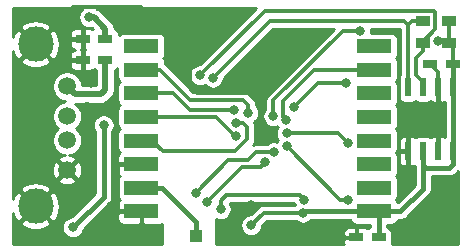
<source format=gbl>
G04 #@! TF.GenerationSoftware,KiCad,Pcbnew,5.1.2-f72e74a~84~ubuntu16.04.1*
G04 #@! TF.CreationDate,2019-05-31T10:16:47+03:00*
G04 #@! TF.ProjectId,serial_gw_ATSAMD21E,73657269-616c-45f6-9777-5f415453414d,rev?*
G04 #@! TF.SameCoordinates,Original*
G04 #@! TF.FileFunction,Copper,L2,Bot*
G04 #@! TF.FilePolarity,Positive*
%FSLAX46Y46*%
G04 Gerber Fmt 4.6, Leading zero omitted, Abs format (unit mm)*
G04 Created by KiCad (PCBNEW 5.1.2-f72e74a~84~ubuntu16.04.1) date 2019-05-31 10:16:47*
%MOMM*%
%LPD*%
G04 APERTURE LIST*
%ADD10C,1.501140*%
%ADD11C,2.999740*%
%ADD12R,1.000000X1.000000*%
%ADD13R,1.200000X0.750000*%
%ADD14R,3.000000X1.200000*%
%ADD15R,0.600000X1.550000*%
%ADD16R,1.200000X0.900000*%
%ADD17C,0.400000*%
%ADD18C,0.800000*%
%ADD19C,0.300000*%
%ADD20C,0.400000*%
%ADD21C,0.500000*%
%ADD22C,0.254000*%
G04 APERTURE END LIST*
D10*
X109802120Y-91712860D03*
X109802120Y-89172860D03*
X109802120Y-87140860D03*
X109802120Y-84600860D03*
D11*
X107135120Y-94760860D03*
X107135120Y-81044860D03*
D12*
X120700000Y-97300000D03*
D13*
X134300000Y-97400000D03*
X136200000Y-97400000D03*
D14*
X116100000Y-81200000D03*
X116100000Y-83200000D03*
X116100000Y-85200000D03*
X116100000Y-87200000D03*
X116100000Y-89200000D03*
X116100000Y-91200000D03*
X116100000Y-93200000D03*
X116100000Y-95200000D03*
X135800000Y-95200000D03*
X135800000Y-93200000D03*
X135800000Y-91200000D03*
X135800000Y-89200000D03*
X135800000Y-87200000D03*
X135800000Y-85200000D03*
X135800000Y-83200000D03*
X135800000Y-81200000D03*
D13*
X140550000Y-82700000D03*
X142450000Y-82700000D03*
D15*
X142505000Y-84700000D03*
X141235000Y-84700000D03*
X139965000Y-84700000D03*
X138695000Y-84700000D03*
X138695000Y-90100000D03*
X139965000Y-90100000D03*
X141235000Y-90100000D03*
X142505000Y-90100000D03*
D13*
X113050000Y-82400000D03*
X111150000Y-82400000D03*
X113050000Y-80600000D03*
X111150000Y-80600000D03*
D16*
X142100000Y-79100000D03*
X139900000Y-79100000D03*
X142100000Y-80900000D03*
X139900000Y-80900000D03*
D17*
X109524999Y-80139285D03*
X130524999Y-80139285D03*
X109524999Y-83139285D03*
X106524999Y-84139285D03*
X107524999Y-84139285D03*
X108524999Y-84139285D03*
X106524999Y-85139285D03*
X107524999Y-85139285D03*
X108524999Y-85139285D03*
X106524999Y-86139285D03*
X107524999Y-86139285D03*
X108524999Y-86139285D03*
X111524999Y-86139285D03*
X106524999Y-87139285D03*
X107524999Y-87139285D03*
X111524999Y-87139285D03*
X106524999Y-88139285D03*
X107524999Y-88139285D03*
X108524999Y-88139285D03*
X106524999Y-89139285D03*
X107524999Y-89139285D03*
X106524999Y-90139285D03*
X107524999Y-90139285D03*
X108524999Y-90139285D03*
X106524999Y-91139285D03*
X107524999Y-91139285D03*
X108524999Y-91139285D03*
X106524999Y-92139285D03*
X107524999Y-92139285D03*
X108524999Y-92139285D03*
X111524999Y-93139285D03*
X109524999Y-94139285D03*
X110524999Y-94139285D03*
X139524999Y-96139285D03*
X140524999Y-96139285D03*
X106524999Y-97139285D03*
X139524999Y-97139285D03*
D18*
X138500000Y-93400000D03*
X111800000Y-84349990D03*
X120200000Y-82600000D03*
X126105237Y-85545388D03*
X125404656Y-94650011D03*
X132715079Y-97490477D03*
X141200002Y-80800000D03*
X112900000Y-87900000D03*
X110300000Y-96549990D03*
X129800000Y-95300000D03*
X125380000Y-96360000D03*
X121683953Y-94386049D03*
X126600010Y-91049988D03*
X122800000Y-95000000D03*
X129900000Y-94200000D03*
X120700000Y-93600000D03*
X127290580Y-90193752D03*
X128427722Y-89692081D03*
X133626454Y-94214355D03*
X133599972Y-89408000D03*
X128399392Y-88592434D03*
X128976655Y-86367281D03*
X133400000Y-84300000D03*
X134600010Y-79899988D03*
X127276644Y-87125452D03*
X125140569Y-86857452D03*
X124096822Y-88775902D03*
X124128650Y-87676351D03*
X123924706Y-86595410D03*
X128332921Y-87432544D03*
X111673647Y-78750010D03*
X121050010Y-83680213D03*
X122134345Y-83865260D03*
D19*
X138695000Y-90100000D02*
X138695000Y-93205000D01*
X138695000Y-93205000D02*
X138500000Y-93400000D01*
X110300000Y-77900000D02*
X116065685Y-77900000D01*
X116065685Y-77900000D02*
X120200000Y-82034315D01*
X120200000Y-82034315D02*
X120200000Y-82600000D01*
X108655009Y-79544991D02*
X110300000Y-77900000D01*
X107135120Y-81044860D02*
X108634989Y-79544991D01*
X108634989Y-79544991D02*
X108655009Y-79544991D01*
X115200000Y-95200000D02*
X114200000Y-95200000D01*
X114200000Y-95200000D02*
X111900000Y-97500000D01*
X111900000Y-97500000D02*
X109874260Y-97500000D01*
X109874260Y-97500000D02*
X107135120Y-94760860D01*
X116100000Y-91200000D02*
X114300000Y-91200000D01*
X114300000Y-91200000D02*
X114149999Y-91350001D01*
X114149999Y-91350001D02*
X114149999Y-95200000D01*
X114149999Y-95200000D02*
X115200000Y-95200000D01*
X115200000Y-95200000D02*
X116100000Y-95200000D01*
X120845389Y-85145389D02*
X120200000Y-84500000D01*
X120200000Y-84500000D02*
X120200000Y-82600000D01*
X125705238Y-85145389D02*
X120845389Y-85145389D01*
X126105237Y-85545388D02*
X125705238Y-85145389D01*
X111150000Y-82400000D02*
X108490260Y-82400000D01*
X108490260Y-82400000D02*
X107135120Y-81044860D01*
X111800000Y-84349990D02*
X111150000Y-83699990D01*
X111150000Y-83699990D02*
X111150000Y-82400000D01*
X141235000Y-84700000D02*
X141235000Y-87700000D01*
X141235000Y-87700000D02*
X141235000Y-90100000D01*
X138695000Y-90100000D02*
X138695000Y-89025000D01*
X138695000Y-89025000D02*
X140020000Y-87700000D01*
X140020000Y-87700000D02*
X141235000Y-87700000D01*
X141235000Y-84700000D02*
X141235000Y-83385000D01*
X141235000Y-83385000D02*
X140550000Y-82700000D01*
X117000000Y-91200000D02*
X116100000Y-91200000D01*
X138695000Y-90100000D02*
X138695000Y-89625000D01*
X132715079Y-97490477D02*
X134209523Y-97490477D01*
X134209523Y-97490477D02*
X134300000Y-97400000D01*
D20*
X139965000Y-93267004D02*
X139965000Y-91300000D01*
X138032004Y-95200000D02*
X139965000Y-93267004D01*
X135800000Y-95200000D02*
X138032004Y-95200000D01*
D19*
X141200002Y-80800000D02*
X142000000Y-80800000D01*
X142000000Y-80800000D02*
X142100000Y-80900000D01*
X142450000Y-82700000D02*
X142450000Y-81250000D01*
X142450000Y-81250000D02*
X142100000Y-80900000D01*
X142100000Y-79100000D02*
X142100000Y-80900000D01*
D20*
X142505000Y-90100000D02*
X142505000Y-91175000D01*
X142505000Y-91175000D02*
X142180000Y-91500000D01*
X142180000Y-91500000D02*
X140165000Y-91500000D01*
X140165000Y-91500000D02*
X139965000Y-91300000D01*
X112900000Y-93949990D02*
X112900000Y-87900000D01*
X110300000Y-96549990D02*
X112900000Y-93949990D01*
X142505000Y-84700000D02*
X142505000Y-82755000D01*
X142505000Y-82755000D02*
X142450000Y-82700000D01*
X139965000Y-91300000D02*
X139965000Y-90100000D01*
X139965000Y-90575000D02*
X139965000Y-90100000D01*
X142505000Y-90100000D02*
X142505000Y-84700000D01*
X135800000Y-95200000D02*
X129900000Y-95200000D01*
X129900000Y-95200000D02*
X129800000Y-95300000D01*
X136200000Y-97400000D02*
X136200000Y-95600000D01*
X136200000Y-95600000D02*
X135800000Y-95200000D01*
D19*
X126440000Y-95300000D02*
X129800000Y-95300000D01*
X125380000Y-96360000D02*
X126440000Y-95300000D01*
X126199953Y-91450045D02*
X124619957Y-91450045D01*
X124619957Y-91450045D02*
X121683953Y-94386049D01*
X126600010Y-91049988D02*
X126199953Y-91450045D01*
X123299999Y-93800001D02*
X122800000Y-94300000D01*
X122800000Y-94300000D02*
X122800000Y-95000000D01*
X129500001Y-93800001D02*
X123299999Y-93800001D01*
X129900000Y-94200000D02*
X129500001Y-93800001D01*
X123449966Y-90850034D02*
X120700000Y-93600000D01*
X125761338Y-90193752D02*
X125105056Y-90850034D01*
X127290580Y-90193752D02*
X125761338Y-90193752D01*
X125105056Y-90850034D02*
X123449966Y-90850034D01*
D20*
X116100000Y-93200000D02*
X117800000Y-93200000D01*
X117800000Y-93200000D02*
X120700000Y-96100000D01*
X120700000Y-96100000D02*
X120700000Y-97300000D01*
D19*
X132949996Y-94214355D02*
X128427722Y-89692081D01*
X133626454Y-94214355D02*
X132949996Y-94214355D01*
X132784406Y-88592434D02*
X133599972Y-89408000D01*
X128399392Y-88592434D02*
X132784406Y-88592434D01*
X131043936Y-84300000D02*
X128976655Y-86367281D01*
X133400000Y-84300000D02*
X131043936Y-84300000D01*
X133184348Y-79899988D02*
X134600010Y-79899988D01*
X127276644Y-87125452D02*
X127276644Y-85807692D01*
X127276644Y-85807692D02*
X133184348Y-79899988D01*
X116100000Y-83200000D02*
X117651457Y-83200000D01*
X117651457Y-83200000D02*
X120196857Y-85745400D01*
X120196857Y-85745400D02*
X124696858Y-85745400D01*
X124696858Y-85745400D02*
X125140569Y-86189111D01*
X125140569Y-86189111D02*
X125140569Y-86857452D01*
X116100000Y-87200000D02*
X122426954Y-87200000D01*
X124002856Y-88775902D02*
X124096822Y-88775902D01*
X122426954Y-87200000D02*
X124002856Y-88775902D01*
X124694335Y-87676351D02*
X124128650Y-87676351D01*
X125050001Y-88032017D02*
X124694335Y-87676351D01*
X117000000Y-89200000D02*
X117900000Y-90100000D01*
X117900000Y-90100000D02*
X124058002Y-90100000D01*
X116100000Y-89200000D02*
X117000000Y-89200000D01*
X124058002Y-90100000D02*
X125050001Y-89108001D01*
X125050001Y-89108001D02*
X125050001Y-88032017D01*
X118802915Y-85200000D02*
X120198325Y-86595410D01*
X120198325Y-86595410D02*
X123924706Y-86595410D01*
X116100000Y-85200000D02*
X118802915Y-85200000D01*
X135800000Y-83200000D02*
X130741998Y-83200000D01*
X128126645Y-87226268D02*
X128332921Y-87432544D01*
X130741998Y-83200000D02*
X128126645Y-85815353D01*
X128126645Y-85815353D02*
X128126645Y-87226268D01*
D21*
X112075010Y-78750010D02*
X111673647Y-78750010D01*
X113050000Y-79725000D02*
X112075010Y-78750010D01*
X113050000Y-80600000D02*
X113050000Y-79725000D01*
D19*
X126530224Y-78199999D02*
X121050010Y-83680213D01*
X140950001Y-78289999D02*
X140860001Y-78199999D01*
X139900000Y-80900000D02*
X139900000Y-80842000D01*
X140860001Y-78199999D02*
X126530224Y-78199999D01*
X140950001Y-79791999D02*
X140950001Y-78289999D01*
X139900000Y-80842000D02*
X140950001Y-79791999D01*
X139900000Y-80900000D02*
X139900000Y-81650000D01*
X139900000Y-81650000D02*
X139365000Y-82185000D01*
X139365000Y-82185000D02*
X139365000Y-83625000D01*
X139365000Y-83625000D02*
X139965000Y-84225000D01*
X139965000Y-84225000D02*
X139965000Y-84700000D01*
X139900000Y-79100000D02*
X139000000Y-79100000D01*
X139000000Y-79100000D02*
X138695000Y-79405000D01*
X138339987Y-79049987D02*
X138695000Y-79405000D01*
X122134345Y-83865260D02*
X126949618Y-79049987D01*
X126949618Y-79049987D02*
X138339987Y-79049987D01*
X138695000Y-84700000D02*
X138695000Y-79405000D01*
D21*
X109802120Y-84600860D02*
X110501260Y-85300000D01*
X112700000Y-85300000D02*
X113050000Y-84950000D01*
X110501260Y-85300000D02*
X112700000Y-85300000D01*
X113050000Y-84950000D02*
X113050000Y-82400000D01*
D22*
G36*
X142898001Y-97998000D02*
G01*
X137278362Y-97998000D01*
X137289239Y-97977650D01*
X137319374Y-97878310D01*
X137329549Y-97775000D01*
X137329549Y-97025000D01*
X137319374Y-96921690D01*
X137289239Y-96822350D01*
X137240304Y-96730798D01*
X137174448Y-96650552D01*
X137094202Y-96584696D01*
X137002650Y-96535761D01*
X136927000Y-96512812D01*
X136927000Y-96329549D01*
X137300000Y-96329549D01*
X137403310Y-96319374D01*
X137502650Y-96289239D01*
X137594202Y-96240304D01*
X137674448Y-96174448D01*
X137740304Y-96094202D01*
X137789239Y-96002650D01*
X137812188Y-95927000D01*
X137996296Y-95927000D01*
X138032004Y-95930517D01*
X138174521Y-95916480D01*
X138311561Y-95874910D01*
X138437857Y-95807403D01*
X138548558Y-95716554D01*
X138571330Y-95688806D01*
X140453816Y-93806321D01*
X140481553Y-93783558D01*
X140572403Y-93672857D01*
X140639910Y-93546561D01*
X140677676Y-93422061D01*
X140681480Y-93409522D01*
X140695517Y-93267005D01*
X140692000Y-93231297D01*
X140692000Y-92227000D01*
X142144292Y-92227000D01*
X142180000Y-92230517D01*
X142322517Y-92216480D01*
X142459557Y-92174910D01*
X142585853Y-92107403D01*
X142696554Y-92016554D01*
X142719326Y-91988806D01*
X142898001Y-91810131D01*
X142898001Y-97998000D01*
X142898001Y-97998000D01*
G37*
X142898001Y-97998000D02*
X137278362Y-97998000D01*
X137289239Y-97977650D01*
X137319374Y-97878310D01*
X137329549Y-97775000D01*
X137329549Y-97025000D01*
X137319374Y-96921690D01*
X137289239Y-96822350D01*
X137240304Y-96730798D01*
X137174448Y-96650552D01*
X137094202Y-96584696D01*
X137002650Y-96535761D01*
X136927000Y-96512812D01*
X136927000Y-96329549D01*
X137300000Y-96329549D01*
X137403310Y-96319374D01*
X137502650Y-96289239D01*
X137594202Y-96240304D01*
X137674448Y-96174448D01*
X137740304Y-96094202D01*
X137789239Y-96002650D01*
X137812188Y-95927000D01*
X137996296Y-95927000D01*
X138032004Y-95930517D01*
X138174521Y-95916480D01*
X138311561Y-95874910D01*
X138437857Y-95807403D01*
X138548558Y-95716554D01*
X138571330Y-95688806D01*
X140453816Y-93806321D01*
X140481553Y-93783558D01*
X140572403Y-93672857D01*
X140639910Y-93546561D01*
X140677676Y-93422061D01*
X140681480Y-93409522D01*
X140695517Y-93267005D01*
X140692000Y-93231297D01*
X140692000Y-92227000D01*
X142144292Y-92227000D01*
X142180000Y-92230517D01*
X142322517Y-92216480D01*
X142459557Y-92174910D01*
X142585853Y-92107403D01*
X142696554Y-92016554D01*
X142719326Y-91988806D01*
X142898001Y-91810131D01*
X142898001Y-97998000D01*
G36*
X129071835Y-94623000D02*
G01*
X126473241Y-94623000D01*
X126439999Y-94619726D01*
X126406757Y-94623000D01*
X126406748Y-94623000D01*
X126307285Y-94632796D01*
X126179670Y-94671508D01*
X126062059Y-94734372D01*
X125958973Y-94818973D01*
X125937774Y-94844804D01*
X125349578Y-95433000D01*
X125288699Y-95433000D01*
X125109604Y-95468624D01*
X124940901Y-95538504D01*
X124789072Y-95639952D01*
X124659952Y-95769072D01*
X124558504Y-95920901D01*
X124488624Y-96089604D01*
X124453000Y-96268699D01*
X124453000Y-96451301D01*
X124488624Y-96630396D01*
X124558504Y-96799099D01*
X124659952Y-96950928D01*
X124789072Y-97080048D01*
X124940901Y-97181496D01*
X125109604Y-97251376D01*
X125288699Y-97287000D01*
X125471301Y-97287000D01*
X125650396Y-97251376D01*
X125819099Y-97181496D01*
X125970928Y-97080048D01*
X126025976Y-97025000D01*
X133170450Y-97025000D01*
X133173000Y-97195250D01*
X133304750Y-97327000D01*
X134227000Y-97327000D01*
X134227000Y-96629750D01*
X134095250Y-96498000D01*
X133700000Y-96495450D01*
X133596690Y-96505625D01*
X133497350Y-96535760D01*
X133405798Y-96584695D01*
X133325552Y-96650552D01*
X133259695Y-96730798D01*
X133210760Y-96822350D01*
X133180625Y-96921690D01*
X133170450Y-97025000D01*
X126025976Y-97025000D01*
X126100048Y-96950928D01*
X126201496Y-96799099D01*
X126271376Y-96630396D01*
X126307000Y-96451301D01*
X126307000Y-96390422D01*
X126720422Y-95977000D01*
X129166024Y-95977000D01*
X129209072Y-96020048D01*
X129360901Y-96121496D01*
X129529604Y-96191376D01*
X129708699Y-96227000D01*
X129891301Y-96227000D01*
X130070396Y-96191376D01*
X130239099Y-96121496D01*
X130390928Y-96020048D01*
X130483976Y-95927000D01*
X133787812Y-95927000D01*
X133810761Y-96002650D01*
X133859696Y-96094202D01*
X133925552Y-96174448D01*
X134005798Y-96240304D01*
X134097350Y-96289239D01*
X134196690Y-96319374D01*
X134300000Y-96329549D01*
X135473001Y-96329549D01*
X135473000Y-96512812D01*
X135397350Y-96535761D01*
X135305798Y-96584696D01*
X135250000Y-96630488D01*
X135194202Y-96584695D01*
X135102650Y-96535760D01*
X135003310Y-96505625D01*
X134900000Y-96495450D01*
X134504750Y-96498000D01*
X134373000Y-96629750D01*
X134373000Y-97327000D01*
X134393000Y-97327000D01*
X134393000Y-97473000D01*
X134373000Y-97473000D01*
X134373000Y-97493000D01*
X134227000Y-97493000D01*
X134227000Y-97473000D01*
X133304750Y-97473000D01*
X133173000Y-97604750D01*
X133170450Y-97775000D01*
X133180625Y-97878310D01*
X133210760Y-97977650D01*
X133221637Y-97998000D01*
X122427000Y-97998000D01*
X122427000Y-95848875D01*
X122529604Y-95891376D01*
X122708699Y-95927000D01*
X122891301Y-95927000D01*
X123070396Y-95891376D01*
X123239099Y-95821496D01*
X123390928Y-95720048D01*
X123520048Y-95590928D01*
X123621496Y-95439099D01*
X123691376Y-95270396D01*
X123727000Y-95091301D01*
X123727000Y-94908699D01*
X123691376Y-94729604D01*
X123621496Y-94560901D01*
X123571438Y-94485984D01*
X123580421Y-94477001D01*
X129011360Y-94477001D01*
X129071835Y-94623000D01*
X129071835Y-94623000D01*
G37*
X129071835Y-94623000D02*
X126473241Y-94623000D01*
X126439999Y-94619726D01*
X126406757Y-94623000D01*
X126406748Y-94623000D01*
X126307285Y-94632796D01*
X126179670Y-94671508D01*
X126062059Y-94734372D01*
X125958973Y-94818973D01*
X125937774Y-94844804D01*
X125349578Y-95433000D01*
X125288699Y-95433000D01*
X125109604Y-95468624D01*
X124940901Y-95538504D01*
X124789072Y-95639952D01*
X124659952Y-95769072D01*
X124558504Y-95920901D01*
X124488624Y-96089604D01*
X124453000Y-96268699D01*
X124453000Y-96451301D01*
X124488624Y-96630396D01*
X124558504Y-96799099D01*
X124659952Y-96950928D01*
X124789072Y-97080048D01*
X124940901Y-97181496D01*
X125109604Y-97251376D01*
X125288699Y-97287000D01*
X125471301Y-97287000D01*
X125650396Y-97251376D01*
X125819099Y-97181496D01*
X125970928Y-97080048D01*
X126025976Y-97025000D01*
X133170450Y-97025000D01*
X133173000Y-97195250D01*
X133304750Y-97327000D01*
X134227000Y-97327000D01*
X134227000Y-96629750D01*
X134095250Y-96498000D01*
X133700000Y-96495450D01*
X133596690Y-96505625D01*
X133497350Y-96535760D01*
X133405798Y-96584695D01*
X133325552Y-96650552D01*
X133259695Y-96730798D01*
X133210760Y-96822350D01*
X133180625Y-96921690D01*
X133170450Y-97025000D01*
X126025976Y-97025000D01*
X126100048Y-96950928D01*
X126201496Y-96799099D01*
X126271376Y-96630396D01*
X126307000Y-96451301D01*
X126307000Y-96390422D01*
X126720422Y-95977000D01*
X129166024Y-95977000D01*
X129209072Y-96020048D01*
X129360901Y-96121496D01*
X129529604Y-96191376D01*
X129708699Y-96227000D01*
X129891301Y-96227000D01*
X130070396Y-96191376D01*
X130239099Y-96121496D01*
X130390928Y-96020048D01*
X130483976Y-95927000D01*
X133787812Y-95927000D01*
X133810761Y-96002650D01*
X133859696Y-96094202D01*
X133925552Y-96174448D01*
X134005798Y-96240304D01*
X134097350Y-96289239D01*
X134196690Y-96319374D01*
X134300000Y-96329549D01*
X135473001Y-96329549D01*
X135473000Y-96512812D01*
X135397350Y-96535761D01*
X135305798Y-96584696D01*
X135250000Y-96630488D01*
X135194202Y-96584695D01*
X135102650Y-96535760D01*
X135003310Y-96505625D01*
X134900000Y-96495450D01*
X134504750Y-96498000D01*
X134373000Y-96629750D01*
X134373000Y-97327000D01*
X134393000Y-97327000D01*
X134393000Y-97473000D01*
X134373000Y-97473000D01*
X134373000Y-97493000D01*
X134227000Y-97493000D01*
X134227000Y-97473000D01*
X133304750Y-97473000D01*
X133173000Y-97604750D01*
X133170450Y-97775000D01*
X133180625Y-97878310D01*
X133210760Y-97977650D01*
X133221637Y-97998000D01*
X122427000Y-97998000D01*
X122427000Y-95848875D01*
X122529604Y-95891376D01*
X122708699Y-95927000D01*
X122891301Y-95927000D01*
X123070396Y-95891376D01*
X123239099Y-95821496D01*
X123390928Y-95720048D01*
X123520048Y-95590928D01*
X123621496Y-95439099D01*
X123691376Y-95270396D01*
X123727000Y-95091301D01*
X123727000Y-94908699D01*
X123691376Y-94729604D01*
X123621496Y-94560901D01*
X123571438Y-94485984D01*
X123580421Y-94477001D01*
X129011360Y-94477001D01*
X129071835Y-94623000D01*
G36*
X111082719Y-78029962D02*
G01*
X110953599Y-78159082D01*
X110852151Y-78310911D01*
X110782271Y-78479614D01*
X110746647Y-78658709D01*
X110746647Y-78841311D01*
X110782271Y-79020406D01*
X110852151Y-79189109D01*
X110953599Y-79340938D01*
X111082719Y-79470058D01*
X111234548Y-79571506D01*
X111403251Y-79641386D01*
X111582346Y-79677010D01*
X111764948Y-79677010D01*
X111880235Y-79654078D01*
X111972557Y-79746400D01*
X111952650Y-79735760D01*
X111853310Y-79705625D01*
X111750000Y-79695450D01*
X111354750Y-79698000D01*
X111223000Y-79829750D01*
X111223000Y-80527000D01*
X111243000Y-80527000D01*
X111243000Y-80673000D01*
X111223000Y-80673000D01*
X111223000Y-81370250D01*
X111352750Y-81500000D01*
X111223000Y-81629750D01*
X111223000Y-82327000D01*
X111243000Y-82327000D01*
X111243000Y-82473000D01*
X111223000Y-82473000D01*
X111223000Y-83170250D01*
X111354750Y-83302000D01*
X111750000Y-83304550D01*
X111853310Y-83294375D01*
X111952650Y-83264240D01*
X112044202Y-83215305D01*
X112100000Y-83169512D01*
X112155798Y-83215304D01*
X112247350Y-83264239D01*
X112273001Y-83272020D01*
X112273000Y-84523000D01*
X111079690Y-84523000D01*
X111079690Y-84475030D01*
X111030594Y-84228206D01*
X110934288Y-83995703D01*
X110794474Y-83786456D01*
X110616524Y-83608506D01*
X110407277Y-83468692D01*
X110174774Y-83372386D01*
X109927950Y-83323290D01*
X109676290Y-83323290D01*
X109429466Y-83372386D01*
X109196963Y-83468692D01*
X108987716Y-83608506D01*
X108809766Y-83786456D01*
X108669952Y-83995703D01*
X108573646Y-84228206D01*
X108524550Y-84475030D01*
X108524550Y-84726690D01*
X108573646Y-84973514D01*
X108669952Y-85206017D01*
X108809766Y-85415264D01*
X108987716Y-85593214D01*
X109196963Y-85733028D01*
X109429466Y-85829334D01*
X109638233Y-85870860D01*
X109429466Y-85912386D01*
X109196963Y-86008692D01*
X108987716Y-86148506D01*
X108809766Y-86326456D01*
X108669952Y-86535703D01*
X108573646Y-86768206D01*
X108524550Y-87015030D01*
X108524550Y-87266690D01*
X108573646Y-87513514D01*
X108669952Y-87746017D01*
X108809766Y-87955264D01*
X108987716Y-88133214D01*
X109023105Y-88156860D01*
X108987716Y-88180506D01*
X108809766Y-88358456D01*
X108669952Y-88567703D01*
X108573646Y-88800206D01*
X108524550Y-89047030D01*
X108524550Y-89298690D01*
X108573646Y-89545514D01*
X108669952Y-89778017D01*
X108809766Y-89987264D01*
X108987716Y-90165214D01*
X109196963Y-90305028D01*
X109429466Y-90401334D01*
X109647368Y-90444677D01*
X109529520Y-90458385D01*
X109290023Y-90535671D01*
X109107828Y-90633055D01*
X109040787Y-90848290D01*
X109802120Y-91609622D01*
X110563453Y-90848290D01*
X110496412Y-90633055D01*
X110272412Y-90518354D01*
X110030338Y-90449556D01*
X109960631Y-90443929D01*
X110174774Y-90401334D01*
X110407277Y-90305028D01*
X110616524Y-90165214D01*
X110794474Y-89987264D01*
X110934288Y-89778017D01*
X111030594Y-89545514D01*
X111079690Y-89298690D01*
X111079690Y-89047030D01*
X111030594Y-88800206D01*
X110934288Y-88567703D01*
X110794474Y-88358456D01*
X110616524Y-88180506D01*
X110581135Y-88156860D01*
X110616524Y-88133214D01*
X110794474Y-87955264D01*
X110934288Y-87746017D01*
X111030594Y-87513514D01*
X111079690Y-87266690D01*
X111079690Y-87015030D01*
X111030594Y-86768206D01*
X110934288Y-86535703D01*
X110794474Y-86326456D01*
X110616524Y-86148506D01*
X110513350Y-86079567D01*
X110539415Y-86077000D01*
X112661837Y-86077000D01*
X112700000Y-86080759D01*
X112738163Y-86077000D01*
X112738166Y-86077000D01*
X112852319Y-86065757D01*
X112998784Y-86021327D01*
X113133766Y-85949177D01*
X113252080Y-85852080D01*
X113276413Y-85822430D01*
X113572432Y-85526411D01*
X113602080Y-85502080D01*
X113699177Y-85383766D01*
X113771327Y-85248784D01*
X113815757Y-85102319D01*
X113827000Y-84988166D01*
X113827000Y-84988164D01*
X113830759Y-84950000D01*
X113827000Y-84911837D01*
X113827000Y-83272020D01*
X113852650Y-83264239D01*
X113944202Y-83215304D01*
X114024448Y-83149448D01*
X114070451Y-83093393D01*
X114070451Y-83800000D01*
X114080626Y-83903310D01*
X114110761Y-84002650D01*
X114159696Y-84094202D01*
X114225552Y-84174448D01*
X114256687Y-84200000D01*
X114225552Y-84225552D01*
X114159696Y-84305798D01*
X114110761Y-84397350D01*
X114080626Y-84496690D01*
X114070451Y-84600000D01*
X114070451Y-85800000D01*
X114080626Y-85903310D01*
X114110761Y-86002650D01*
X114159696Y-86094202D01*
X114225552Y-86174448D01*
X114256687Y-86200000D01*
X114225552Y-86225552D01*
X114159696Y-86305798D01*
X114110761Y-86397350D01*
X114080626Y-86496690D01*
X114070451Y-86600000D01*
X114070451Y-87800000D01*
X114080626Y-87903310D01*
X114110761Y-88002650D01*
X114159696Y-88094202D01*
X114225552Y-88174448D01*
X114256687Y-88200000D01*
X114225552Y-88225552D01*
X114159696Y-88305798D01*
X114110761Y-88397350D01*
X114080626Y-88496690D01*
X114070451Y-88600000D01*
X114070451Y-89800000D01*
X114080626Y-89903310D01*
X114110761Y-90002650D01*
X114159696Y-90094202D01*
X114225552Y-90174448D01*
X114256687Y-90200000D01*
X114225552Y-90225552D01*
X114159695Y-90305798D01*
X114110760Y-90397350D01*
X114080625Y-90496690D01*
X114070450Y-90600000D01*
X114073000Y-90995250D01*
X114204750Y-91127000D01*
X116027000Y-91127000D01*
X116027000Y-91107000D01*
X116173000Y-91107000D01*
X116173000Y-91127000D01*
X116193000Y-91127000D01*
X116193000Y-91273000D01*
X116173000Y-91273000D01*
X116173000Y-91293000D01*
X116027000Y-91293000D01*
X116027000Y-91273000D01*
X114204750Y-91273000D01*
X114073000Y-91404750D01*
X114070450Y-91800000D01*
X114080625Y-91903310D01*
X114110760Y-92002650D01*
X114159695Y-92094202D01*
X114225552Y-92174448D01*
X114256687Y-92200000D01*
X114225552Y-92225552D01*
X114159696Y-92305798D01*
X114110761Y-92397350D01*
X114080626Y-92496690D01*
X114070451Y-92600000D01*
X114070451Y-93800000D01*
X114080626Y-93903310D01*
X114110761Y-94002650D01*
X114159696Y-94094202D01*
X114225552Y-94174448D01*
X114256687Y-94200000D01*
X114225552Y-94225552D01*
X114159695Y-94305798D01*
X114110760Y-94397350D01*
X114080625Y-94496690D01*
X114070450Y-94600000D01*
X114073000Y-94995250D01*
X114204750Y-95127000D01*
X116027000Y-95127000D01*
X116027000Y-95107000D01*
X116173000Y-95107000D01*
X116173000Y-95127000D01*
X116193000Y-95127000D01*
X116193000Y-95273000D01*
X116173000Y-95273000D01*
X116173000Y-96195250D01*
X116304750Y-96327000D01*
X117600000Y-96329550D01*
X117703310Y-96319375D01*
X117802650Y-96289240D01*
X117873000Y-96251638D01*
X117873000Y-97998000D01*
X105202000Y-97998000D01*
X105202000Y-96158476D01*
X105840741Y-96158476D01*
X105997819Y-96450416D01*
X106349287Y-96639829D01*
X106730955Y-96757033D01*
X107128155Y-96797526D01*
X107525623Y-96759750D01*
X107908083Y-96645159D01*
X108259832Y-96458689D01*
X109373000Y-96458689D01*
X109373000Y-96641291D01*
X109408624Y-96820386D01*
X109478504Y-96989089D01*
X109579952Y-97140918D01*
X109709072Y-97270038D01*
X109860901Y-97371486D01*
X110029604Y-97441366D01*
X110208699Y-97476990D01*
X110391301Y-97476990D01*
X110570396Y-97441366D01*
X110739099Y-97371486D01*
X110890928Y-97270038D01*
X111020048Y-97140918D01*
X111121496Y-96989089D01*
X111191376Y-96820386D01*
X111224559Y-96653563D01*
X112078122Y-95800000D01*
X114070450Y-95800000D01*
X114080625Y-95903310D01*
X114110760Y-96002650D01*
X114159695Y-96094202D01*
X114225552Y-96174448D01*
X114305798Y-96240305D01*
X114397350Y-96289240D01*
X114496690Y-96319375D01*
X114600000Y-96329550D01*
X115895250Y-96327000D01*
X116027000Y-96195250D01*
X116027000Y-95273000D01*
X114204750Y-95273000D01*
X114073000Y-95404750D01*
X114070450Y-95800000D01*
X112078122Y-95800000D01*
X113388816Y-94489307D01*
X113416553Y-94466544D01*
X113507403Y-94355843D01*
X113574910Y-94229547D01*
X113611591Y-94108624D01*
X113616480Y-94092508D01*
X113630517Y-93949991D01*
X113627000Y-93914283D01*
X113627000Y-88480524D01*
X113721496Y-88339099D01*
X113791376Y-88170396D01*
X113827000Y-87991301D01*
X113827000Y-87808699D01*
X113791376Y-87629604D01*
X113721496Y-87460901D01*
X113620048Y-87309072D01*
X113490928Y-87179952D01*
X113339099Y-87078504D01*
X113170396Y-87008624D01*
X112991301Y-86973000D01*
X112808699Y-86973000D01*
X112629604Y-87008624D01*
X112460901Y-87078504D01*
X112309072Y-87179952D01*
X112179952Y-87309072D01*
X112078504Y-87460901D01*
X112008624Y-87629604D01*
X111973000Y-87808699D01*
X111973000Y-87991301D01*
X112008624Y-88170396D01*
X112078504Y-88339099D01*
X112173001Y-88480525D01*
X112173000Y-93648857D01*
X110196427Y-95625431D01*
X110029604Y-95658614D01*
X109860901Y-95728494D01*
X109709072Y-95829942D01*
X109579952Y-95959062D01*
X109478504Y-96110891D01*
X109408624Y-96279594D01*
X109373000Y-96458689D01*
X108259832Y-96458689D01*
X108260840Y-96458155D01*
X108272421Y-96450416D01*
X108429499Y-96158476D01*
X107135120Y-94864098D01*
X105840741Y-96158476D01*
X105202000Y-96158476D01*
X105202000Y-95370878D01*
X105250821Y-95533823D01*
X105437825Y-95886580D01*
X105445564Y-95898161D01*
X105737504Y-96055239D01*
X107031882Y-94760860D01*
X107238358Y-94760860D01*
X108532736Y-96055239D01*
X108824676Y-95898161D01*
X109014089Y-95546693D01*
X109131293Y-95165025D01*
X109171786Y-94767825D01*
X109134010Y-94370357D01*
X109019419Y-93987897D01*
X108832415Y-93635140D01*
X108824676Y-93623559D01*
X108532736Y-93466481D01*
X107238358Y-94760860D01*
X107031882Y-94760860D01*
X105737504Y-93466481D01*
X105445564Y-93623559D01*
X105256151Y-93975027D01*
X105202000Y-94151367D01*
X105202000Y-93363244D01*
X105840741Y-93363244D01*
X107135120Y-94657622D01*
X108429499Y-93363244D01*
X108272421Y-93071304D01*
X107920953Y-92881891D01*
X107539285Y-92764687D01*
X107142085Y-92724194D01*
X106744617Y-92761970D01*
X106362157Y-92876561D01*
X106009400Y-93063565D01*
X105997819Y-93071304D01*
X105840741Y-93363244D01*
X105202000Y-93363244D01*
X105202000Y-92577430D01*
X109040787Y-92577430D01*
X109107828Y-92792665D01*
X109331828Y-92907366D01*
X109573902Y-92976164D01*
X109824745Y-92996412D01*
X110074720Y-92967335D01*
X110314217Y-92890049D01*
X110496412Y-92792665D01*
X110563453Y-92577430D01*
X109802120Y-91816098D01*
X109040787Y-92577430D01*
X105202000Y-92577430D01*
X105202000Y-91735485D01*
X108518568Y-91735485D01*
X108547645Y-91985460D01*
X108624931Y-92224957D01*
X108722315Y-92407152D01*
X108937550Y-92474193D01*
X109698882Y-91712860D01*
X109905358Y-91712860D01*
X110666690Y-92474193D01*
X110881925Y-92407152D01*
X110996626Y-92183152D01*
X111065424Y-91941078D01*
X111085672Y-91690235D01*
X111056595Y-91440260D01*
X110979309Y-91200763D01*
X110881925Y-91018568D01*
X110666690Y-90951527D01*
X109905358Y-91712860D01*
X109698882Y-91712860D01*
X108937550Y-90951527D01*
X108722315Y-91018568D01*
X108607614Y-91242568D01*
X108538816Y-91484642D01*
X108518568Y-91735485D01*
X105202000Y-91735485D01*
X105202000Y-82442476D01*
X105840741Y-82442476D01*
X105997819Y-82734416D01*
X106349287Y-82923829D01*
X106730955Y-83041033D01*
X107128155Y-83081526D01*
X107525623Y-83043750D01*
X107908083Y-82929159D01*
X108198882Y-82775000D01*
X110020450Y-82775000D01*
X110030625Y-82878310D01*
X110060760Y-82977650D01*
X110109695Y-83069202D01*
X110175552Y-83149448D01*
X110255798Y-83215305D01*
X110347350Y-83264240D01*
X110446690Y-83294375D01*
X110550000Y-83304550D01*
X110945250Y-83302000D01*
X111077000Y-83170250D01*
X111077000Y-82473000D01*
X110154750Y-82473000D01*
X110023000Y-82604750D01*
X110020450Y-82775000D01*
X108198882Y-82775000D01*
X108260840Y-82742155D01*
X108272421Y-82734416D01*
X108429499Y-82442476D01*
X107135120Y-81148098D01*
X105840741Y-82442476D01*
X105202000Y-82442476D01*
X105202000Y-81654878D01*
X105250821Y-81817823D01*
X105437825Y-82170580D01*
X105445564Y-82182161D01*
X105737504Y-82339239D01*
X107031882Y-81044860D01*
X107238358Y-81044860D01*
X108532736Y-82339239D01*
X108824676Y-82182161D01*
X109014089Y-81830693D01*
X109131293Y-81449025D01*
X109171786Y-81051825D01*
X109164485Y-80975000D01*
X110020450Y-80975000D01*
X110030625Y-81078310D01*
X110060760Y-81177650D01*
X110109695Y-81269202D01*
X110175552Y-81349448D01*
X110255798Y-81415305D01*
X110347350Y-81464240D01*
X110446690Y-81494375D01*
X110503802Y-81500000D01*
X110446690Y-81505625D01*
X110347350Y-81535760D01*
X110255798Y-81584695D01*
X110175552Y-81650552D01*
X110109695Y-81730798D01*
X110060760Y-81822350D01*
X110030625Y-81921690D01*
X110020450Y-82025000D01*
X110023000Y-82195250D01*
X110154750Y-82327000D01*
X111077000Y-82327000D01*
X111077000Y-81629750D01*
X110947250Y-81500000D01*
X111077000Y-81370250D01*
X111077000Y-80673000D01*
X110154750Y-80673000D01*
X110023000Y-80804750D01*
X110020450Y-80975000D01*
X109164485Y-80975000D01*
X109134010Y-80654357D01*
X109019419Y-80271897D01*
X108994558Y-80225000D01*
X110020450Y-80225000D01*
X110023000Y-80395250D01*
X110154750Y-80527000D01*
X111077000Y-80527000D01*
X111077000Y-79829750D01*
X110945250Y-79698000D01*
X110550000Y-79695450D01*
X110446690Y-79705625D01*
X110347350Y-79735760D01*
X110255798Y-79784695D01*
X110175552Y-79850552D01*
X110109695Y-79930798D01*
X110060760Y-80022350D01*
X110030625Y-80121690D01*
X110020450Y-80225000D01*
X108994558Y-80225000D01*
X108832415Y-79919140D01*
X108824676Y-79907559D01*
X108532736Y-79750481D01*
X107238358Y-81044860D01*
X107031882Y-81044860D01*
X105737504Y-79750481D01*
X105445564Y-79907559D01*
X105256151Y-80259027D01*
X105202000Y-80435367D01*
X105202000Y-79647244D01*
X105840741Y-79647244D01*
X107135120Y-80941622D01*
X108429499Y-79647244D01*
X108272421Y-79355304D01*
X107920953Y-79165891D01*
X107539285Y-79048687D01*
X107142085Y-79008194D01*
X106744617Y-79045970D01*
X106362157Y-79160561D01*
X106009400Y-79347565D01*
X105997819Y-79355304D01*
X105840741Y-79647244D01*
X105202000Y-79647244D01*
X105202000Y-78002000D01*
X111124567Y-78002000D01*
X111082719Y-78029962D01*
X111082719Y-78029962D01*
G37*
X111082719Y-78029962D02*
X110953599Y-78159082D01*
X110852151Y-78310911D01*
X110782271Y-78479614D01*
X110746647Y-78658709D01*
X110746647Y-78841311D01*
X110782271Y-79020406D01*
X110852151Y-79189109D01*
X110953599Y-79340938D01*
X111082719Y-79470058D01*
X111234548Y-79571506D01*
X111403251Y-79641386D01*
X111582346Y-79677010D01*
X111764948Y-79677010D01*
X111880235Y-79654078D01*
X111972557Y-79746400D01*
X111952650Y-79735760D01*
X111853310Y-79705625D01*
X111750000Y-79695450D01*
X111354750Y-79698000D01*
X111223000Y-79829750D01*
X111223000Y-80527000D01*
X111243000Y-80527000D01*
X111243000Y-80673000D01*
X111223000Y-80673000D01*
X111223000Y-81370250D01*
X111352750Y-81500000D01*
X111223000Y-81629750D01*
X111223000Y-82327000D01*
X111243000Y-82327000D01*
X111243000Y-82473000D01*
X111223000Y-82473000D01*
X111223000Y-83170250D01*
X111354750Y-83302000D01*
X111750000Y-83304550D01*
X111853310Y-83294375D01*
X111952650Y-83264240D01*
X112044202Y-83215305D01*
X112100000Y-83169512D01*
X112155798Y-83215304D01*
X112247350Y-83264239D01*
X112273001Y-83272020D01*
X112273000Y-84523000D01*
X111079690Y-84523000D01*
X111079690Y-84475030D01*
X111030594Y-84228206D01*
X110934288Y-83995703D01*
X110794474Y-83786456D01*
X110616524Y-83608506D01*
X110407277Y-83468692D01*
X110174774Y-83372386D01*
X109927950Y-83323290D01*
X109676290Y-83323290D01*
X109429466Y-83372386D01*
X109196963Y-83468692D01*
X108987716Y-83608506D01*
X108809766Y-83786456D01*
X108669952Y-83995703D01*
X108573646Y-84228206D01*
X108524550Y-84475030D01*
X108524550Y-84726690D01*
X108573646Y-84973514D01*
X108669952Y-85206017D01*
X108809766Y-85415264D01*
X108987716Y-85593214D01*
X109196963Y-85733028D01*
X109429466Y-85829334D01*
X109638233Y-85870860D01*
X109429466Y-85912386D01*
X109196963Y-86008692D01*
X108987716Y-86148506D01*
X108809766Y-86326456D01*
X108669952Y-86535703D01*
X108573646Y-86768206D01*
X108524550Y-87015030D01*
X108524550Y-87266690D01*
X108573646Y-87513514D01*
X108669952Y-87746017D01*
X108809766Y-87955264D01*
X108987716Y-88133214D01*
X109023105Y-88156860D01*
X108987716Y-88180506D01*
X108809766Y-88358456D01*
X108669952Y-88567703D01*
X108573646Y-88800206D01*
X108524550Y-89047030D01*
X108524550Y-89298690D01*
X108573646Y-89545514D01*
X108669952Y-89778017D01*
X108809766Y-89987264D01*
X108987716Y-90165214D01*
X109196963Y-90305028D01*
X109429466Y-90401334D01*
X109647368Y-90444677D01*
X109529520Y-90458385D01*
X109290023Y-90535671D01*
X109107828Y-90633055D01*
X109040787Y-90848290D01*
X109802120Y-91609622D01*
X110563453Y-90848290D01*
X110496412Y-90633055D01*
X110272412Y-90518354D01*
X110030338Y-90449556D01*
X109960631Y-90443929D01*
X110174774Y-90401334D01*
X110407277Y-90305028D01*
X110616524Y-90165214D01*
X110794474Y-89987264D01*
X110934288Y-89778017D01*
X111030594Y-89545514D01*
X111079690Y-89298690D01*
X111079690Y-89047030D01*
X111030594Y-88800206D01*
X110934288Y-88567703D01*
X110794474Y-88358456D01*
X110616524Y-88180506D01*
X110581135Y-88156860D01*
X110616524Y-88133214D01*
X110794474Y-87955264D01*
X110934288Y-87746017D01*
X111030594Y-87513514D01*
X111079690Y-87266690D01*
X111079690Y-87015030D01*
X111030594Y-86768206D01*
X110934288Y-86535703D01*
X110794474Y-86326456D01*
X110616524Y-86148506D01*
X110513350Y-86079567D01*
X110539415Y-86077000D01*
X112661837Y-86077000D01*
X112700000Y-86080759D01*
X112738163Y-86077000D01*
X112738166Y-86077000D01*
X112852319Y-86065757D01*
X112998784Y-86021327D01*
X113133766Y-85949177D01*
X113252080Y-85852080D01*
X113276413Y-85822430D01*
X113572432Y-85526411D01*
X113602080Y-85502080D01*
X113699177Y-85383766D01*
X113771327Y-85248784D01*
X113815757Y-85102319D01*
X113827000Y-84988166D01*
X113827000Y-84988164D01*
X113830759Y-84950000D01*
X113827000Y-84911837D01*
X113827000Y-83272020D01*
X113852650Y-83264239D01*
X113944202Y-83215304D01*
X114024448Y-83149448D01*
X114070451Y-83093393D01*
X114070451Y-83800000D01*
X114080626Y-83903310D01*
X114110761Y-84002650D01*
X114159696Y-84094202D01*
X114225552Y-84174448D01*
X114256687Y-84200000D01*
X114225552Y-84225552D01*
X114159696Y-84305798D01*
X114110761Y-84397350D01*
X114080626Y-84496690D01*
X114070451Y-84600000D01*
X114070451Y-85800000D01*
X114080626Y-85903310D01*
X114110761Y-86002650D01*
X114159696Y-86094202D01*
X114225552Y-86174448D01*
X114256687Y-86200000D01*
X114225552Y-86225552D01*
X114159696Y-86305798D01*
X114110761Y-86397350D01*
X114080626Y-86496690D01*
X114070451Y-86600000D01*
X114070451Y-87800000D01*
X114080626Y-87903310D01*
X114110761Y-88002650D01*
X114159696Y-88094202D01*
X114225552Y-88174448D01*
X114256687Y-88200000D01*
X114225552Y-88225552D01*
X114159696Y-88305798D01*
X114110761Y-88397350D01*
X114080626Y-88496690D01*
X114070451Y-88600000D01*
X114070451Y-89800000D01*
X114080626Y-89903310D01*
X114110761Y-90002650D01*
X114159696Y-90094202D01*
X114225552Y-90174448D01*
X114256687Y-90200000D01*
X114225552Y-90225552D01*
X114159695Y-90305798D01*
X114110760Y-90397350D01*
X114080625Y-90496690D01*
X114070450Y-90600000D01*
X114073000Y-90995250D01*
X114204750Y-91127000D01*
X116027000Y-91127000D01*
X116027000Y-91107000D01*
X116173000Y-91107000D01*
X116173000Y-91127000D01*
X116193000Y-91127000D01*
X116193000Y-91273000D01*
X116173000Y-91273000D01*
X116173000Y-91293000D01*
X116027000Y-91293000D01*
X116027000Y-91273000D01*
X114204750Y-91273000D01*
X114073000Y-91404750D01*
X114070450Y-91800000D01*
X114080625Y-91903310D01*
X114110760Y-92002650D01*
X114159695Y-92094202D01*
X114225552Y-92174448D01*
X114256687Y-92200000D01*
X114225552Y-92225552D01*
X114159696Y-92305798D01*
X114110761Y-92397350D01*
X114080626Y-92496690D01*
X114070451Y-92600000D01*
X114070451Y-93800000D01*
X114080626Y-93903310D01*
X114110761Y-94002650D01*
X114159696Y-94094202D01*
X114225552Y-94174448D01*
X114256687Y-94200000D01*
X114225552Y-94225552D01*
X114159695Y-94305798D01*
X114110760Y-94397350D01*
X114080625Y-94496690D01*
X114070450Y-94600000D01*
X114073000Y-94995250D01*
X114204750Y-95127000D01*
X116027000Y-95127000D01*
X116027000Y-95107000D01*
X116173000Y-95107000D01*
X116173000Y-95127000D01*
X116193000Y-95127000D01*
X116193000Y-95273000D01*
X116173000Y-95273000D01*
X116173000Y-96195250D01*
X116304750Y-96327000D01*
X117600000Y-96329550D01*
X117703310Y-96319375D01*
X117802650Y-96289240D01*
X117873000Y-96251638D01*
X117873000Y-97998000D01*
X105202000Y-97998000D01*
X105202000Y-96158476D01*
X105840741Y-96158476D01*
X105997819Y-96450416D01*
X106349287Y-96639829D01*
X106730955Y-96757033D01*
X107128155Y-96797526D01*
X107525623Y-96759750D01*
X107908083Y-96645159D01*
X108259832Y-96458689D01*
X109373000Y-96458689D01*
X109373000Y-96641291D01*
X109408624Y-96820386D01*
X109478504Y-96989089D01*
X109579952Y-97140918D01*
X109709072Y-97270038D01*
X109860901Y-97371486D01*
X110029604Y-97441366D01*
X110208699Y-97476990D01*
X110391301Y-97476990D01*
X110570396Y-97441366D01*
X110739099Y-97371486D01*
X110890928Y-97270038D01*
X111020048Y-97140918D01*
X111121496Y-96989089D01*
X111191376Y-96820386D01*
X111224559Y-96653563D01*
X112078122Y-95800000D01*
X114070450Y-95800000D01*
X114080625Y-95903310D01*
X114110760Y-96002650D01*
X114159695Y-96094202D01*
X114225552Y-96174448D01*
X114305798Y-96240305D01*
X114397350Y-96289240D01*
X114496690Y-96319375D01*
X114600000Y-96329550D01*
X115895250Y-96327000D01*
X116027000Y-96195250D01*
X116027000Y-95273000D01*
X114204750Y-95273000D01*
X114073000Y-95404750D01*
X114070450Y-95800000D01*
X112078122Y-95800000D01*
X113388816Y-94489307D01*
X113416553Y-94466544D01*
X113507403Y-94355843D01*
X113574910Y-94229547D01*
X113611591Y-94108624D01*
X113616480Y-94092508D01*
X113630517Y-93949991D01*
X113627000Y-93914283D01*
X113627000Y-88480524D01*
X113721496Y-88339099D01*
X113791376Y-88170396D01*
X113827000Y-87991301D01*
X113827000Y-87808699D01*
X113791376Y-87629604D01*
X113721496Y-87460901D01*
X113620048Y-87309072D01*
X113490928Y-87179952D01*
X113339099Y-87078504D01*
X113170396Y-87008624D01*
X112991301Y-86973000D01*
X112808699Y-86973000D01*
X112629604Y-87008624D01*
X112460901Y-87078504D01*
X112309072Y-87179952D01*
X112179952Y-87309072D01*
X112078504Y-87460901D01*
X112008624Y-87629604D01*
X111973000Y-87808699D01*
X111973000Y-87991301D01*
X112008624Y-88170396D01*
X112078504Y-88339099D01*
X112173001Y-88480525D01*
X112173000Y-93648857D01*
X110196427Y-95625431D01*
X110029604Y-95658614D01*
X109860901Y-95728494D01*
X109709072Y-95829942D01*
X109579952Y-95959062D01*
X109478504Y-96110891D01*
X109408624Y-96279594D01*
X109373000Y-96458689D01*
X108259832Y-96458689D01*
X108260840Y-96458155D01*
X108272421Y-96450416D01*
X108429499Y-96158476D01*
X107135120Y-94864098D01*
X105840741Y-96158476D01*
X105202000Y-96158476D01*
X105202000Y-95370878D01*
X105250821Y-95533823D01*
X105437825Y-95886580D01*
X105445564Y-95898161D01*
X105737504Y-96055239D01*
X107031882Y-94760860D01*
X107238358Y-94760860D01*
X108532736Y-96055239D01*
X108824676Y-95898161D01*
X109014089Y-95546693D01*
X109131293Y-95165025D01*
X109171786Y-94767825D01*
X109134010Y-94370357D01*
X109019419Y-93987897D01*
X108832415Y-93635140D01*
X108824676Y-93623559D01*
X108532736Y-93466481D01*
X107238358Y-94760860D01*
X107031882Y-94760860D01*
X105737504Y-93466481D01*
X105445564Y-93623559D01*
X105256151Y-93975027D01*
X105202000Y-94151367D01*
X105202000Y-93363244D01*
X105840741Y-93363244D01*
X107135120Y-94657622D01*
X108429499Y-93363244D01*
X108272421Y-93071304D01*
X107920953Y-92881891D01*
X107539285Y-92764687D01*
X107142085Y-92724194D01*
X106744617Y-92761970D01*
X106362157Y-92876561D01*
X106009400Y-93063565D01*
X105997819Y-93071304D01*
X105840741Y-93363244D01*
X105202000Y-93363244D01*
X105202000Y-92577430D01*
X109040787Y-92577430D01*
X109107828Y-92792665D01*
X109331828Y-92907366D01*
X109573902Y-92976164D01*
X109824745Y-92996412D01*
X110074720Y-92967335D01*
X110314217Y-92890049D01*
X110496412Y-92792665D01*
X110563453Y-92577430D01*
X109802120Y-91816098D01*
X109040787Y-92577430D01*
X105202000Y-92577430D01*
X105202000Y-91735485D01*
X108518568Y-91735485D01*
X108547645Y-91985460D01*
X108624931Y-92224957D01*
X108722315Y-92407152D01*
X108937550Y-92474193D01*
X109698882Y-91712860D01*
X109905358Y-91712860D01*
X110666690Y-92474193D01*
X110881925Y-92407152D01*
X110996626Y-92183152D01*
X111065424Y-91941078D01*
X111085672Y-91690235D01*
X111056595Y-91440260D01*
X110979309Y-91200763D01*
X110881925Y-91018568D01*
X110666690Y-90951527D01*
X109905358Y-91712860D01*
X109698882Y-91712860D01*
X108937550Y-90951527D01*
X108722315Y-91018568D01*
X108607614Y-91242568D01*
X108538816Y-91484642D01*
X108518568Y-91735485D01*
X105202000Y-91735485D01*
X105202000Y-82442476D01*
X105840741Y-82442476D01*
X105997819Y-82734416D01*
X106349287Y-82923829D01*
X106730955Y-83041033D01*
X107128155Y-83081526D01*
X107525623Y-83043750D01*
X107908083Y-82929159D01*
X108198882Y-82775000D01*
X110020450Y-82775000D01*
X110030625Y-82878310D01*
X110060760Y-82977650D01*
X110109695Y-83069202D01*
X110175552Y-83149448D01*
X110255798Y-83215305D01*
X110347350Y-83264240D01*
X110446690Y-83294375D01*
X110550000Y-83304550D01*
X110945250Y-83302000D01*
X111077000Y-83170250D01*
X111077000Y-82473000D01*
X110154750Y-82473000D01*
X110023000Y-82604750D01*
X110020450Y-82775000D01*
X108198882Y-82775000D01*
X108260840Y-82742155D01*
X108272421Y-82734416D01*
X108429499Y-82442476D01*
X107135120Y-81148098D01*
X105840741Y-82442476D01*
X105202000Y-82442476D01*
X105202000Y-81654878D01*
X105250821Y-81817823D01*
X105437825Y-82170580D01*
X105445564Y-82182161D01*
X105737504Y-82339239D01*
X107031882Y-81044860D01*
X107238358Y-81044860D01*
X108532736Y-82339239D01*
X108824676Y-82182161D01*
X109014089Y-81830693D01*
X109131293Y-81449025D01*
X109171786Y-81051825D01*
X109164485Y-80975000D01*
X110020450Y-80975000D01*
X110030625Y-81078310D01*
X110060760Y-81177650D01*
X110109695Y-81269202D01*
X110175552Y-81349448D01*
X110255798Y-81415305D01*
X110347350Y-81464240D01*
X110446690Y-81494375D01*
X110503802Y-81500000D01*
X110446690Y-81505625D01*
X110347350Y-81535760D01*
X110255798Y-81584695D01*
X110175552Y-81650552D01*
X110109695Y-81730798D01*
X110060760Y-81822350D01*
X110030625Y-81921690D01*
X110020450Y-82025000D01*
X110023000Y-82195250D01*
X110154750Y-82327000D01*
X111077000Y-82327000D01*
X111077000Y-81629750D01*
X110947250Y-81500000D01*
X111077000Y-81370250D01*
X111077000Y-80673000D01*
X110154750Y-80673000D01*
X110023000Y-80804750D01*
X110020450Y-80975000D01*
X109164485Y-80975000D01*
X109134010Y-80654357D01*
X109019419Y-80271897D01*
X108994558Y-80225000D01*
X110020450Y-80225000D01*
X110023000Y-80395250D01*
X110154750Y-80527000D01*
X111077000Y-80527000D01*
X111077000Y-79829750D01*
X110945250Y-79698000D01*
X110550000Y-79695450D01*
X110446690Y-79705625D01*
X110347350Y-79735760D01*
X110255798Y-79784695D01*
X110175552Y-79850552D01*
X110109695Y-79930798D01*
X110060760Y-80022350D01*
X110030625Y-80121690D01*
X110020450Y-80225000D01*
X108994558Y-80225000D01*
X108832415Y-79919140D01*
X108824676Y-79907559D01*
X108532736Y-79750481D01*
X107238358Y-81044860D01*
X107031882Y-81044860D01*
X105737504Y-79750481D01*
X105445564Y-79907559D01*
X105256151Y-80259027D01*
X105202000Y-80435367D01*
X105202000Y-79647244D01*
X105840741Y-79647244D01*
X107135120Y-80941622D01*
X108429499Y-79647244D01*
X108272421Y-79355304D01*
X107920953Y-79165891D01*
X107539285Y-79048687D01*
X107142085Y-79008194D01*
X106744617Y-79045970D01*
X106362157Y-79160561D01*
X106009400Y-79347565D01*
X105997819Y-79355304D01*
X105840741Y-79647244D01*
X105202000Y-79647244D01*
X105202000Y-78002000D01*
X111124567Y-78002000D01*
X111082719Y-78029962D01*
G36*
X138018000Y-83553661D02*
G01*
X137954696Y-83630798D01*
X137905761Y-83722350D01*
X137875626Y-83821690D01*
X137865451Y-83925000D01*
X137865451Y-85475000D01*
X137875626Y-85578310D01*
X137905761Y-85677650D01*
X137954696Y-85769202D01*
X138020552Y-85849448D01*
X138100798Y-85915304D01*
X138192350Y-85964239D01*
X138291690Y-85994374D01*
X138395000Y-86004549D01*
X138995000Y-86004549D01*
X139098310Y-85994374D01*
X139197650Y-85964239D01*
X139289202Y-85915304D01*
X139330000Y-85881822D01*
X139370798Y-85915304D01*
X139462350Y-85964239D01*
X139561690Y-85994374D01*
X139665000Y-86004549D01*
X140265000Y-86004549D01*
X140368310Y-85994374D01*
X140467650Y-85964239D01*
X140559202Y-85915304D01*
X140600000Y-85881822D01*
X140640798Y-85915305D01*
X140732350Y-85964240D01*
X140831690Y-85994375D01*
X140935000Y-86004550D01*
X141030250Y-86002000D01*
X141162000Y-85870250D01*
X141162000Y-84773000D01*
X141142000Y-84773000D01*
X141142000Y-84627000D01*
X141162000Y-84627000D01*
X141162000Y-84607000D01*
X141308000Y-84607000D01*
X141308000Y-84627000D01*
X141328000Y-84627000D01*
X141328000Y-84773000D01*
X141308000Y-84773000D01*
X141308000Y-85870250D01*
X141439750Y-86002000D01*
X141535000Y-86004550D01*
X141638310Y-85994375D01*
X141737650Y-85964240D01*
X141778001Y-85942672D01*
X141778000Y-88857327D01*
X141737650Y-88835760D01*
X141638310Y-88805625D01*
X141535000Y-88795450D01*
X141439750Y-88798000D01*
X141308000Y-88929750D01*
X141308000Y-90027000D01*
X141328000Y-90027000D01*
X141328000Y-90173000D01*
X141308000Y-90173000D01*
X141308000Y-90193000D01*
X141162000Y-90193000D01*
X141162000Y-90173000D01*
X141142000Y-90173000D01*
X141142000Y-90027000D01*
X141162000Y-90027000D01*
X141162000Y-88929750D01*
X141030250Y-88798000D01*
X140935000Y-88795450D01*
X140831690Y-88805625D01*
X140732350Y-88835760D01*
X140640798Y-88884695D01*
X140600000Y-88918178D01*
X140559202Y-88884696D01*
X140467650Y-88835761D01*
X140368310Y-88805626D01*
X140265000Y-88795451D01*
X139665000Y-88795451D01*
X139561690Y-88805626D01*
X139462350Y-88835761D01*
X139370798Y-88884696D01*
X139330000Y-88918178D01*
X139289202Y-88884695D01*
X139197650Y-88835760D01*
X139098310Y-88805625D01*
X138995000Y-88795450D01*
X138899750Y-88798000D01*
X138768000Y-88929750D01*
X138768000Y-90027000D01*
X138788000Y-90027000D01*
X138788000Y-90173000D01*
X138768000Y-90173000D01*
X138768000Y-91270250D01*
X138899750Y-91402000D01*
X138995000Y-91404550D01*
X139098310Y-91394375D01*
X139197650Y-91364240D01*
X139238001Y-91342672D01*
X139238000Y-92965871D01*
X137793262Y-94410610D01*
X137789239Y-94397350D01*
X137740304Y-94305798D01*
X137674448Y-94225552D01*
X137643313Y-94200000D01*
X137674448Y-94174448D01*
X137740304Y-94094202D01*
X137789239Y-94002650D01*
X137819374Y-93903310D01*
X137829549Y-93800000D01*
X137829549Y-92600000D01*
X137819374Y-92496690D01*
X137789239Y-92397350D01*
X137740304Y-92305798D01*
X137674448Y-92225552D01*
X137643313Y-92200000D01*
X137674448Y-92174448D01*
X137740304Y-92094202D01*
X137789239Y-92002650D01*
X137819374Y-91903310D01*
X137829549Y-91800000D01*
X137829549Y-90875000D01*
X137865450Y-90875000D01*
X137875625Y-90978310D01*
X137905760Y-91077650D01*
X137954695Y-91169202D01*
X138020552Y-91249448D01*
X138100798Y-91315305D01*
X138192350Y-91364240D01*
X138291690Y-91394375D01*
X138395000Y-91404550D01*
X138490250Y-91402000D01*
X138622000Y-91270250D01*
X138622000Y-90173000D01*
X137999750Y-90173000D01*
X137868000Y-90304750D01*
X137865450Y-90875000D01*
X137829549Y-90875000D01*
X137829549Y-90600000D01*
X137819374Y-90496690D01*
X137789239Y-90397350D01*
X137740304Y-90305798D01*
X137674448Y-90225552D01*
X137643313Y-90200000D01*
X137674448Y-90174448D01*
X137740304Y-90094202D01*
X137789239Y-90002650D01*
X137819374Y-89903310D01*
X137829549Y-89800000D01*
X137829549Y-89325000D01*
X137865450Y-89325000D01*
X137868000Y-89895250D01*
X137999750Y-90027000D01*
X138622000Y-90027000D01*
X138622000Y-88929750D01*
X138490250Y-88798000D01*
X138395000Y-88795450D01*
X138291690Y-88805625D01*
X138192350Y-88835760D01*
X138100798Y-88884695D01*
X138020552Y-88950552D01*
X137954695Y-89030798D01*
X137905760Y-89122350D01*
X137875625Y-89221690D01*
X137865450Y-89325000D01*
X137829549Y-89325000D01*
X137829549Y-88600000D01*
X137819374Y-88496690D01*
X137789239Y-88397350D01*
X137740304Y-88305798D01*
X137674448Y-88225552D01*
X137643313Y-88200000D01*
X137674448Y-88174448D01*
X137740304Y-88094202D01*
X137789239Y-88002650D01*
X137819374Y-87903310D01*
X137829549Y-87800000D01*
X137829549Y-86600000D01*
X137819374Y-86496690D01*
X137789239Y-86397350D01*
X137740304Y-86305798D01*
X137674448Y-86225552D01*
X137643313Y-86200000D01*
X137674448Y-86174448D01*
X137740304Y-86094202D01*
X137789239Y-86002650D01*
X137819374Y-85903310D01*
X137829549Y-85800000D01*
X137829549Y-84600000D01*
X137819374Y-84496690D01*
X137789239Y-84397350D01*
X137740304Y-84305798D01*
X137674448Y-84225552D01*
X137643313Y-84200000D01*
X137674448Y-84174448D01*
X137740304Y-84094202D01*
X137789239Y-84002650D01*
X137819374Y-83903310D01*
X137829549Y-83800000D01*
X137829549Y-82600000D01*
X137819374Y-82496690D01*
X137789239Y-82397350D01*
X137740304Y-82305798D01*
X137674448Y-82225552D01*
X137643313Y-82200000D01*
X137674448Y-82174448D01*
X137740304Y-82094202D01*
X137789239Y-82002650D01*
X137819374Y-81903310D01*
X137829549Y-81800000D01*
X137829549Y-80600000D01*
X137819374Y-80496690D01*
X137789239Y-80397350D01*
X137740304Y-80305798D01*
X137674448Y-80225552D01*
X137594202Y-80159696D01*
X137502650Y-80110761D01*
X137403310Y-80080626D01*
X137300000Y-80070451D01*
X135511264Y-80070451D01*
X135527010Y-79991289D01*
X135527010Y-79808687D01*
X135510759Y-79726987D01*
X138018001Y-79726987D01*
X138018000Y-83553661D01*
X138018000Y-83553661D01*
G37*
X138018000Y-83553661D02*
X137954696Y-83630798D01*
X137905761Y-83722350D01*
X137875626Y-83821690D01*
X137865451Y-83925000D01*
X137865451Y-85475000D01*
X137875626Y-85578310D01*
X137905761Y-85677650D01*
X137954696Y-85769202D01*
X138020552Y-85849448D01*
X138100798Y-85915304D01*
X138192350Y-85964239D01*
X138291690Y-85994374D01*
X138395000Y-86004549D01*
X138995000Y-86004549D01*
X139098310Y-85994374D01*
X139197650Y-85964239D01*
X139289202Y-85915304D01*
X139330000Y-85881822D01*
X139370798Y-85915304D01*
X139462350Y-85964239D01*
X139561690Y-85994374D01*
X139665000Y-86004549D01*
X140265000Y-86004549D01*
X140368310Y-85994374D01*
X140467650Y-85964239D01*
X140559202Y-85915304D01*
X140600000Y-85881822D01*
X140640798Y-85915305D01*
X140732350Y-85964240D01*
X140831690Y-85994375D01*
X140935000Y-86004550D01*
X141030250Y-86002000D01*
X141162000Y-85870250D01*
X141162000Y-84773000D01*
X141142000Y-84773000D01*
X141142000Y-84627000D01*
X141162000Y-84627000D01*
X141162000Y-84607000D01*
X141308000Y-84607000D01*
X141308000Y-84627000D01*
X141328000Y-84627000D01*
X141328000Y-84773000D01*
X141308000Y-84773000D01*
X141308000Y-85870250D01*
X141439750Y-86002000D01*
X141535000Y-86004550D01*
X141638310Y-85994375D01*
X141737650Y-85964240D01*
X141778001Y-85942672D01*
X141778000Y-88857327D01*
X141737650Y-88835760D01*
X141638310Y-88805625D01*
X141535000Y-88795450D01*
X141439750Y-88798000D01*
X141308000Y-88929750D01*
X141308000Y-90027000D01*
X141328000Y-90027000D01*
X141328000Y-90173000D01*
X141308000Y-90173000D01*
X141308000Y-90193000D01*
X141162000Y-90193000D01*
X141162000Y-90173000D01*
X141142000Y-90173000D01*
X141142000Y-90027000D01*
X141162000Y-90027000D01*
X141162000Y-88929750D01*
X141030250Y-88798000D01*
X140935000Y-88795450D01*
X140831690Y-88805625D01*
X140732350Y-88835760D01*
X140640798Y-88884695D01*
X140600000Y-88918178D01*
X140559202Y-88884696D01*
X140467650Y-88835761D01*
X140368310Y-88805626D01*
X140265000Y-88795451D01*
X139665000Y-88795451D01*
X139561690Y-88805626D01*
X139462350Y-88835761D01*
X139370798Y-88884696D01*
X139330000Y-88918178D01*
X139289202Y-88884695D01*
X139197650Y-88835760D01*
X139098310Y-88805625D01*
X138995000Y-88795450D01*
X138899750Y-88798000D01*
X138768000Y-88929750D01*
X138768000Y-90027000D01*
X138788000Y-90027000D01*
X138788000Y-90173000D01*
X138768000Y-90173000D01*
X138768000Y-91270250D01*
X138899750Y-91402000D01*
X138995000Y-91404550D01*
X139098310Y-91394375D01*
X139197650Y-91364240D01*
X139238001Y-91342672D01*
X139238000Y-92965871D01*
X137793262Y-94410610D01*
X137789239Y-94397350D01*
X137740304Y-94305798D01*
X137674448Y-94225552D01*
X137643313Y-94200000D01*
X137674448Y-94174448D01*
X137740304Y-94094202D01*
X137789239Y-94002650D01*
X137819374Y-93903310D01*
X137829549Y-93800000D01*
X137829549Y-92600000D01*
X137819374Y-92496690D01*
X137789239Y-92397350D01*
X137740304Y-92305798D01*
X137674448Y-92225552D01*
X137643313Y-92200000D01*
X137674448Y-92174448D01*
X137740304Y-92094202D01*
X137789239Y-92002650D01*
X137819374Y-91903310D01*
X137829549Y-91800000D01*
X137829549Y-90875000D01*
X137865450Y-90875000D01*
X137875625Y-90978310D01*
X137905760Y-91077650D01*
X137954695Y-91169202D01*
X138020552Y-91249448D01*
X138100798Y-91315305D01*
X138192350Y-91364240D01*
X138291690Y-91394375D01*
X138395000Y-91404550D01*
X138490250Y-91402000D01*
X138622000Y-91270250D01*
X138622000Y-90173000D01*
X137999750Y-90173000D01*
X137868000Y-90304750D01*
X137865450Y-90875000D01*
X137829549Y-90875000D01*
X137829549Y-90600000D01*
X137819374Y-90496690D01*
X137789239Y-90397350D01*
X137740304Y-90305798D01*
X137674448Y-90225552D01*
X137643313Y-90200000D01*
X137674448Y-90174448D01*
X137740304Y-90094202D01*
X137789239Y-90002650D01*
X137819374Y-89903310D01*
X137829549Y-89800000D01*
X137829549Y-89325000D01*
X137865450Y-89325000D01*
X137868000Y-89895250D01*
X137999750Y-90027000D01*
X138622000Y-90027000D01*
X138622000Y-88929750D01*
X138490250Y-88798000D01*
X138395000Y-88795450D01*
X138291690Y-88805625D01*
X138192350Y-88835760D01*
X138100798Y-88884695D01*
X138020552Y-88950552D01*
X137954695Y-89030798D01*
X137905760Y-89122350D01*
X137875625Y-89221690D01*
X137865450Y-89325000D01*
X137829549Y-89325000D01*
X137829549Y-88600000D01*
X137819374Y-88496690D01*
X137789239Y-88397350D01*
X137740304Y-88305798D01*
X137674448Y-88225552D01*
X137643313Y-88200000D01*
X137674448Y-88174448D01*
X137740304Y-88094202D01*
X137789239Y-88002650D01*
X137819374Y-87903310D01*
X137829549Y-87800000D01*
X137829549Y-86600000D01*
X137819374Y-86496690D01*
X137789239Y-86397350D01*
X137740304Y-86305798D01*
X137674448Y-86225552D01*
X137643313Y-86200000D01*
X137674448Y-86174448D01*
X137740304Y-86094202D01*
X137789239Y-86002650D01*
X137819374Y-85903310D01*
X137829549Y-85800000D01*
X137829549Y-84600000D01*
X137819374Y-84496690D01*
X137789239Y-84397350D01*
X137740304Y-84305798D01*
X137674448Y-84225552D01*
X137643313Y-84200000D01*
X137674448Y-84174448D01*
X137740304Y-84094202D01*
X137789239Y-84002650D01*
X137819374Y-83903310D01*
X137829549Y-83800000D01*
X137829549Y-82600000D01*
X137819374Y-82496690D01*
X137789239Y-82397350D01*
X137740304Y-82305798D01*
X137674448Y-82225552D01*
X137643313Y-82200000D01*
X137674448Y-82174448D01*
X137740304Y-82094202D01*
X137789239Y-82002650D01*
X137819374Y-81903310D01*
X137829549Y-81800000D01*
X137829549Y-80600000D01*
X137819374Y-80496690D01*
X137789239Y-80397350D01*
X137740304Y-80305798D01*
X137674448Y-80225552D01*
X137594202Y-80159696D01*
X137502650Y-80110761D01*
X137403310Y-80080626D01*
X137300000Y-80070451D01*
X135511264Y-80070451D01*
X135527010Y-79991289D01*
X135527010Y-79808687D01*
X135510759Y-79726987D01*
X138018001Y-79726987D01*
X138018000Y-83553661D01*
G36*
X121019588Y-82753213D02*
G01*
X120958709Y-82753213D01*
X120779614Y-82788837D01*
X120610911Y-82858717D01*
X120459082Y-82960165D01*
X120329962Y-83089285D01*
X120228514Y-83241114D01*
X120158634Y-83409817D01*
X120123010Y-83588912D01*
X120123010Y-83771514D01*
X120158634Y-83950609D01*
X120228514Y-84119312D01*
X120329962Y-84271141D01*
X120459082Y-84400261D01*
X120610911Y-84501709D01*
X120779614Y-84571589D01*
X120958709Y-84607213D01*
X121141311Y-84607213D01*
X121320406Y-84571589D01*
X121468397Y-84510288D01*
X121543417Y-84585308D01*
X121695246Y-84686756D01*
X121863949Y-84756636D01*
X122043044Y-84792260D01*
X122225646Y-84792260D01*
X122404741Y-84756636D01*
X122573444Y-84686756D01*
X122725273Y-84585308D01*
X122854393Y-84456188D01*
X122955841Y-84304359D01*
X123025721Y-84135656D01*
X123061345Y-83956561D01*
X123061345Y-83895682D01*
X127230040Y-79726987D01*
X132399927Y-79726987D01*
X126821444Y-85305470D01*
X126795618Y-85326665D01*
X126774423Y-85352491D01*
X126774420Y-85352494D01*
X126711016Y-85429752D01*
X126648152Y-85547363D01*
X126609440Y-85674978D01*
X126596370Y-85807692D01*
X126599645Y-85840946D01*
X126599644Y-86491476D01*
X126556596Y-86534524D01*
X126455148Y-86686353D01*
X126385268Y-86855056D01*
X126349644Y-87034151D01*
X126349644Y-87216753D01*
X126385268Y-87395848D01*
X126455148Y-87564551D01*
X126556596Y-87716380D01*
X126685716Y-87845500D01*
X126837545Y-87946948D01*
X127006248Y-88016828D01*
X127185343Y-88052452D01*
X127367945Y-88052452D01*
X127547040Y-88016828D01*
X127595125Y-87996910D01*
X127612873Y-88023472D01*
X127643921Y-88054520D01*
X127577896Y-88153335D01*
X127508016Y-88322038D01*
X127472392Y-88501133D01*
X127472392Y-88683735D01*
X127508016Y-88862830D01*
X127577896Y-89031533D01*
X127666044Y-89163457D01*
X127606226Y-89252982D01*
X127582136Y-89311141D01*
X127560976Y-89302376D01*
X127381881Y-89266752D01*
X127199279Y-89266752D01*
X127020184Y-89302376D01*
X126851481Y-89372256D01*
X126699652Y-89473704D01*
X126656604Y-89516752D01*
X125794583Y-89516752D01*
X125761338Y-89513478D01*
X125728093Y-89516752D01*
X125728086Y-89516752D01*
X125628623Y-89526548D01*
X125566950Y-89545257D01*
X125615629Y-89485942D01*
X125678493Y-89368331D01*
X125717205Y-89240716D01*
X125727001Y-89141253D01*
X125727001Y-89141244D01*
X125730275Y-89108002D01*
X125727001Y-89074760D01*
X125727001Y-88065269D01*
X125730276Y-88032017D01*
X125717205Y-87899302D01*
X125678493Y-87771687D01*
X125630269Y-87681466D01*
X125615961Y-87654698D01*
X125731497Y-87577500D01*
X125860617Y-87448380D01*
X125962065Y-87296551D01*
X126031945Y-87127848D01*
X126067569Y-86948753D01*
X126067569Y-86766151D01*
X126031945Y-86587056D01*
X125962065Y-86418353D01*
X125860617Y-86266524D01*
X125817569Y-86223476D01*
X125817569Y-86222352D01*
X125820843Y-86189110D01*
X125817569Y-86155868D01*
X125817569Y-86155859D01*
X125807773Y-86056396D01*
X125769061Y-85928781D01*
X125706197Y-85811170D01*
X125621595Y-85708084D01*
X125595764Y-85686885D01*
X125199085Y-85290205D01*
X125177885Y-85264373D01*
X125074799Y-85179772D01*
X124957188Y-85116908D01*
X124829573Y-85078196D01*
X124730110Y-85068400D01*
X124730103Y-85068400D01*
X124696858Y-85065126D01*
X124663613Y-85068400D01*
X120477279Y-85068400D01*
X118153683Y-82744804D01*
X118132484Y-82718973D01*
X118129549Y-82716564D01*
X118129549Y-82600000D01*
X118119374Y-82496690D01*
X118089239Y-82397350D01*
X118040304Y-82305798D01*
X117974448Y-82225552D01*
X117943313Y-82200000D01*
X117974448Y-82174448D01*
X118040304Y-82094202D01*
X118089239Y-82002650D01*
X118119374Y-81903310D01*
X118129549Y-81800000D01*
X118129549Y-80600000D01*
X118119374Y-80496690D01*
X118089239Y-80397350D01*
X118040304Y-80305798D01*
X117974448Y-80225552D01*
X117894202Y-80159696D01*
X117802650Y-80110761D01*
X117703310Y-80080626D01*
X117600000Y-80070451D01*
X114600000Y-80070451D01*
X114496690Y-80080626D01*
X114397350Y-80110761D01*
X114305798Y-80159696D01*
X114225552Y-80225552D01*
X114179549Y-80281607D01*
X114179549Y-80225000D01*
X114169374Y-80121690D01*
X114139239Y-80022350D01*
X114090304Y-79930798D01*
X114024448Y-79850552D01*
X113944202Y-79784696D01*
X113852650Y-79735761D01*
X113830364Y-79729000D01*
X113830758Y-79724999D01*
X113827000Y-79686843D01*
X113827000Y-79686834D01*
X113815757Y-79572681D01*
X113771327Y-79426216D01*
X113756880Y-79399187D01*
X113699177Y-79291233D01*
X113626409Y-79202565D01*
X113626408Y-79202564D01*
X113602080Y-79172920D01*
X113572436Y-79148592D01*
X112651422Y-78227579D01*
X112627090Y-78197930D01*
X112508776Y-78100833D01*
X112373794Y-78028683D01*
X112285833Y-78002000D01*
X125770800Y-78002000D01*
X121019588Y-82753213D01*
X121019588Y-82753213D01*
G37*
X121019588Y-82753213D02*
X120958709Y-82753213D01*
X120779614Y-82788837D01*
X120610911Y-82858717D01*
X120459082Y-82960165D01*
X120329962Y-83089285D01*
X120228514Y-83241114D01*
X120158634Y-83409817D01*
X120123010Y-83588912D01*
X120123010Y-83771514D01*
X120158634Y-83950609D01*
X120228514Y-84119312D01*
X120329962Y-84271141D01*
X120459082Y-84400261D01*
X120610911Y-84501709D01*
X120779614Y-84571589D01*
X120958709Y-84607213D01*
X121141311Y-84607213D01*
X121320406Y-84571589D01*
X121468397Y-84510288D01*
X121543417Y-84585308D01*
X121695246Y-84686756D01*
X121863949Y-84756636D01*
X122043044Y-84792260D01*
X122225646Y-84792260D01*
X122404741Y-84756636D01*
X122573444Y-84686756D01*
X122725273Y-84585308D01*
X122854393Y-84456188D01*
X122955841Y-84304359D01*
X123025721Y-84135656D01*
X123061345Y-83956561D01*
X123061345Y-83895682D01*
X127230040Y-79726987D01*
X132399927Y-79726987D01*
X126821444Y-85305470D01*
X126795618Y-85326665D01*
X126774423Y-85352491D01*
X126774420Y-85352494D01*
X126711016Y-85429752D01*
X126648152Y-85547363D01*
X126609440Y-85674978D01*
X126596370Y-85807692D01*
X126599645Y-85840946D01*
X126599644Y-86491476D01*
X126556596Y-86534524D01*
X126455148Y-86686353D01*
X126385268Y-86855056D01*
X126349644Y-87034151D01*
X126349644Y-87216753D01*
X126385268Y-87395848D01*
X126455148Y-87564551D01*
X126556596Y-87716380D01*
X126685716Y-87845500D01*
X126837545Y-87946948D01*
X127006248Y-88016828D01*
X127185343Y-88052452D01*
X127367945Y-88052452D01*
X127547040Y-88016828D01*
X127595125Y-87996910D01*
X127612873Y-88023472D01*
X127643921Y-88054520D01*
X127577896Y-88153335D01*
X127508016Y-88322038D01*
X127472392Y-88501133D01*
X127472392Y-88683735D01*
X127508016Y-88862830D01*
X127577896Y-89031533D01*
X127666044Y-89163457D01*
X127606226Y-89252982D01*
X127582136Y-89311141D01*
X127560976Y-89302376D01*
X127381881Y-89266752D01*
X127199279Y-89266752D01*
X127020184Y-89302376D01*
X126851481Y-89372256D01*
X126699652Y-89473704D01*
X126656604Y-89516752D01*
X125794583Y-89516752D01*
X125761338Y-89513478D01*
X125728093Y-89516752D01*
X125728086Y-89516752D01*
X125628623Y-89526548D01*
X125566950Y-89545257D01*
X125615629Y-89485942D01*
X125678493Y-89368331D01*
X125717205Y-89240716D01*
X125727001Y-89141253D01*
X125727001Y-89141244D01*
X125730275Y-89108002D01*
X125727001Y-89074760D01*
X125727001Y-88065269D01*
X125730276Y-88032017D01*
X125717205Y-87899302D01*
X125678493Y-87771687D01*
X125630269Y-87681466D01*
X125615961Y-87654698D01*
X125731497Y-87577500D01*
X125860617Y-87448380D01*
X125962065Y-87296551D01*
X126031945Y-87127848D01*
X126067569Y-86948753D01*
X126067569Y-86766151D01*
X126031945Y-86587056D01*
X125962065Y-86418353D01*
X125860617Y-86266524D01*
X125817569Y-86223476D01*
X125817569Y-86222352D01*
X125820843Y-86189110D01*
X125817569Y-86155868D01*
X125817569Y-86155859D01*
X125807773Y-86056396D01*
X125769061Y-85928781D01*
X125706197Y-85811170D01*
X125621595Y-85708084D01*
X125595764Y-85686885D01*
X125199085Y-85290205D01*
X125177885Y-85264373D01*
X125074799Y-85179772D01*
X124957188Y-85116908D01*
X124829573Y-85078196D01*
X124730110Y-85068400D01*
X124730103Y-85068400D01*
X124696858Y-85065126D01*
X124663613Y-85068400D01*
X120477279Y-85068400D01*
X118153683Y-82744804D01*
X118132484Y-82718973D01*
X118129549Y-82716564D01*
X118129549Y-82600000D01*
X118119374Y-82496690D01*
X118089239Y-82397350D01*
X118040304Y-82305798D01*
X117974448Y-82225552D01*
X117943313Y-82200000D01*
X117974448Y-82174448D01*
X118040304Y-82094202D01*
X118089239Y-82002650D01*
X118119374Y-81903310D01*
X118129549Y-81800000D01*
X118129549Y-80600000D01*
X118119374Y-80496690D01*
X118089239Y-80397350D01*
X118040304Y-80305798D01*
X117974448Y-80225552D01*
X117894202Y-80159696D01*
X117802650Y-80110761D01*
X117703310Y-80080626D01*
X117600000Y-80070451D01*
X114600000Y-80070451D01*
X114496690Y-80080626D01*
X114397350Y-80110761D01*
X114305798Y-80159696D01*
X114225552Y-80225552D01*
X114179549Y-80281607D01*
X114179549Y-80225000D01*
X114169374Y-80121690D01*
X114139239Y-80022350D01*
X114090304Y-79930798D01*
X114024448Y-79850552D01*
X113944202Y-79784696D01*
X113852650Y-79735761D01*
X113830364Y-79729000D01*
X113830758Y-79724999D01*
X113827000Y-79686843D01*
X113827000Y-79686834D01*
X113815757Y-79572681D01*
X113771327Y-79426216D01*
X113756880Y-79399187D01*
X113699177Y-79291233D01*
X113626409Y-79202565D01*
X113626408Y-79202564D01*
X113602080Y-79172920D01*
X113572436Y-79148592D01*
X112651422Y-78227579D01*
X112627090Y-78197930D01*
X112508776Y-78100833D01*
X112373794Y-78028683D01*
X112285833Y-78002000D01*
X125770800Y-78002000D01*
X121019588Y-82753213D01*
G36*
X140623000Y-82627000D02*
G01*
X140643000Y-82627000D01*
X140643000Y-82773000D01*
X140623000Y-82773000D01*
X140623000Y-82793000D01*
X140477000Y-82793000D01*
X140477000Y-82773000D01*
X140457000Y-82773000D01*
X140457000Y-82627000D01*
X140477000Y-82627000D01*
X140477000Y-82607000D01*
X140623000Y-82607000D01*
X140623000Y-82627000D01*
X140623000Y-82627000D01*
G37*
X140623000Y-82627000D02*
X140643000Y-82627000D01*
X140643000Y-82773000D01*
X140623000Y-82773000D01*
X140623000Y-82793000D01*
X140477000Y-82793000D01*
X140477000Y-82773000D01*
X140457000Y-82773000D01*
X140457000Y-82627000D01*
X140477000Y-82627000D01*
X140477000Y-82607000D01*
X140623000Y-82607000D01*
X140623000Y-82627000D01*
M02*

</source>
